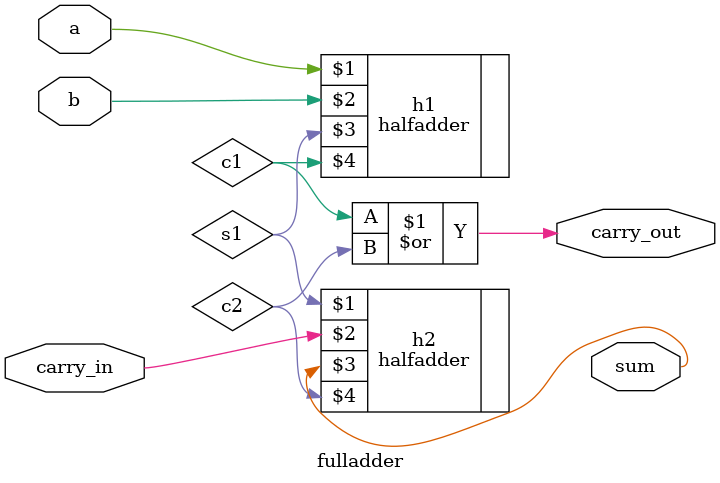
<source format=v>
`include "halfadder.v"

module fulladder(input a, input b, input carry_in, output sum, output carry_out);
  
  wire s1, c1, c2;
  
  halfadder h1(a, b, s1, c1);
  halfadder h2(s1, carry_in, sum, c2);

  assign carry_out = c1 | c2;

endmodule


</source>
